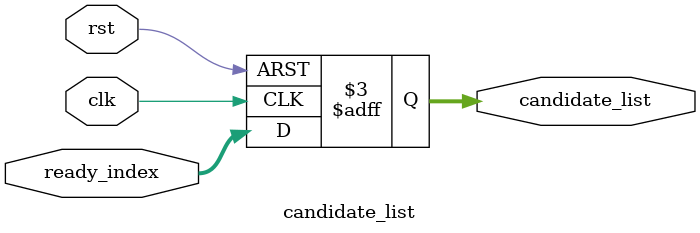
<source format=v>
module candidate_list #(
    parameter bs =16
) (
    input clk, rst,
    input [bs-1:0]ready_index,
    output reg [bs-1:0] candidate_list = 0
);

    always @(posedge clk, posedge rst) begin
        if(rst) candidate_list = 0;
        else candidate_list = ready_index;
    end

endmodule
</source>
